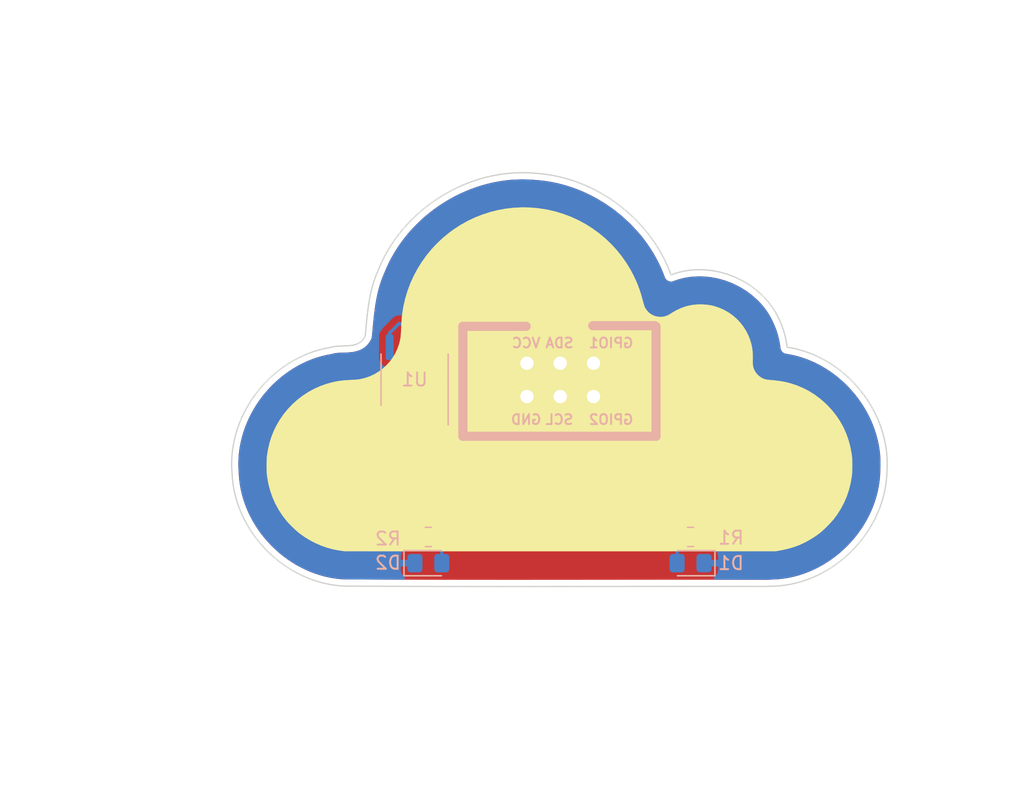
<source format=kicad_pcb>
(kicad_pcb (version 20211014) (generator pcbnew)
  (layers (0 "F.Cu" signal) (31 "B.Cu" signal) (34 "B.Paste" user) (35 "F.Paste" user) (36 "B.SilkS" user "B.Silkscreen") (37 "F.SilkS" user "F.Silkscreen") (38 "B.Mask" user) (39 "F.Mask" user) (44 "Edge.Cuts" user))
  (net 0 "")
  (net 1 "GND")
  (net 2 "Net-(U1-Pad5)")
  (net 3 "Net-(U1-Pad6)")
  (net 4 "+3V3")
  (net 5 "Net-(D1-Pad2)")
  (net 6 "Net-(D2-Pad2)")
  (net 7 "Net-(X1-Pad6)")
  (net 8 "Net-(X1-Pad5)")
  (footprint "badgelife_sao_v169bis:Badgelife-SAOv169-SAO-2x3" (layer "F.Cu") (at 0 0)
    (fp_text reference "X1" hide)
    (fp_text value "SAO")
    (fp_text user "VCC" (at -2.54 -2.794 unlocked) (layer "B.SilkS") (effects (font (size 0.75 0.75)) (justify mirror)))
    (fp_text user "GPIO2" (at 3.937 3.048) (layer "B.SilkS") (effects (font (size 0.75 0.75)) (justify mirror)))
    (fp_text user "GND" (at -2.54 3.048 unlocked) (layer "B.SilkS") (effects (font (size 0.75 0.75)) (justify mirror)))
    (fp_text user "GPIO1" (at 3.937 -2.794 unlocked) (layer "B.SilkS") (effects (font (size 0.75 0.75)) (justify mirror)))
    (fp_text user "SCL" (at 0 3.048) (layer "B.SilkS") (effects (font (size 0.75 0.75)) (justify mirror)))
    (fp_text user "SDA" (at 0 -2.794 unlocked) (layer "B.SilkS") (effects (font (size 0.75 0.75)) (justify mirror)))
    (fp_line (start -7.366 4.318) (end 7.366 4.318) (layer "B.SilkS") (width 0.7))
    (fp_line (start -2.54 -4.064) (end -7.366 -4.064) (layer "B.SilkS") (width 0.7))
    (fp_line (start 7.366 4.318) (end 7.366 -4.064) (layer "B.SilkS") (width 0.7))
    (fp_line (start 7.27964 -4.1148) (end 2.54 -4.1148) (layer "B.SilkS") (width 0.7))
    (fp_line (start -7.366 -4.064) (end -7.366 4.318) (layer "B.SilkS") (width 0.7))
    (fp_circle (center -4.953 -3.429) (end -3.953 -3.429) (layer "F.SilkS") (width 0.5) (fill none))
    (pad "1" thru_hole oval locked (at -2.48 -1.25 270) (size 1.7272 1.7272) (drill 1.016) (layers *.Cu *.Mask) (net 4 "+3V3"))
    (pad "2" thru_hole rect locked (at -2.48 1.29 270) (size 1.7272 1.7272) (drill 1.016) (layers *.Cu *.Mask) (net 1 "GND"))
    (pad "3" thru_hole oval locked (at 0.06 -1.25 270) (size 1.7272 1.7272) (drill 1.016) (layers *.Cu *.Mask) (net 2 "Net-(U1-Pad5)"))
    (pad "4" thru_hole oval locked (at 0.06 1.29 270) (size 1.7272 1.7272) (drill 1.016) (layers *.Cu *.Mask) (net 3 "Net-(U1-Pad6)"))
    (pad "5" thru_hole circle locked (at 2.6 -1.25 270) (size 1.7272 1.7272) (drill 1.016) (layers *.Cu *.Mask) (net 8 "Net-(X1-Pad5)"))
    (pad "6" thru_hole circle locked (at 2.6 1.29 270) (size 1.7272 1.7272) (drill 1.016) (layers *.Cu *.Mask) (net 7 "Net-(X1-Pad6)"))
  )
  (footprint "cloud:cloud" (layer "F.Cu") (at 0 0)
    (fp_text reference "N1" hide)
    (fp_text value "Housing" hide)
    (fp_poly (pts (xy -2.253407 -13.127244) (xy -1.635638 -13.075447) (xy -1.019535 -12.982123) (xy -0.870137 -12.953091) (xy -0.260165 -12.808119) (xy 0.334483 -12.624312) (xy 0.912259 -12.402862) (xy 1.471613 -12.144959) (xy 2.010998 -11.851796) (xy 2.528866 -11.524565) (xy 3.023667 -11.164456) (xy 3.493853 -10.772662) (xy 3.937876 -10.350373) (xy 4.354188 -9.898783) (xy 4.74124 -9.419082) (xy 5.097484 -8.912462) (xy 5.421371 -8.380114) (xy 5.660872 -7.92696) (xy 5.829481 -7.56902) (xy 5.977818 -7.216502) (xy 6.110189 -6.857685) (xy 6.230896 -6.480849) (xy 6.344244 -6.074275) (xy 6.351674 -6.045709) (xy 6.387118 -5.913327) (xy 6.42291 -5.787502) (xy 6.456415 -5.676948) (xy 6.484994 -5.590376) (xy 6.505446 -5.537709) (xy 6.577796 -5.407701) (xy 6.672152 -5.275499) (xy 6.776668 -5.15636) (xy 6.861338 -5.079356) (xy 7.060376 -4.947693) (xy 7.274304 -4.853863) (xy 7.498588 -4.798856) (xy 7.728693 -4.783663) (xy 7.960085 -4.809273) (xy 8.027651 -4.824696) (xy 8.116702 -4.849358) (xy 8.194889 -4.87646) (xy 8.271443 -4.910538) (xy 8.355596 -4.956122) (xy 8.456581 -5.017748) (xy 8.569952 -5.090975) (xy 8.898831 -5.283723) (xy 9.250778 -5.447842) (xy 9.613765 -5.578047) (xy 9.791129 -5.627641) (xy 10.12947 -5.694858) (xy 10.486918 -5.731933) (xy 10.852897 -5.738909) (xy 11.216831 -5.715829) (xy 11.568144 -5.662735) (xy 11.755879 -5.61979) (xy 12.14537 -5.497165) (xy 12.516599 -5.337416) (xy 12.867352 -5.142589) (xy 13.195417 -4.914733) (xy 13.498583 -4.655894) (xy 13.774637 -4.36812) (xy 14.021366 -4.053459) (xy 14.23656 -3.713959) (xy 14.418005 -3.351666) (xy 14.538108 -3.044672) (xy 14.63274 -2.731374) (xy 14.698631 -2.419616) (xy 14.737271 -2.098931) (xy 14.750148 -1.758851) (xy 14.747275 -1.574544) (xy 14.74376 -1.378763) (xy 14.747658 -1.216687) (xy 14.760204 -1.080141) (xy 14.782631 -0.96095) (xy 14.816175 -0.85094) (xy 14.862071 -0.741935) (xy 14.877985 -0.709106) (xy 15.00117 -0.507879) (xy 15.156672 -0.332949) (xy 15.339669 -0.188961) (xy 15.466908 -0.113415) (xy 15.590712 -0.057861) (xy 15.722969 -0.018613) (xy 15.875569 0.008014) (xy 16.023167 0.022932) (xy 16.335794 0.050245) (xy 16.614075 0.080753) (xy 16.865956 0.115751) (xy 17.099382 0.156534) (xy 17.322298 0.204395) (xy 17.54265 0.26063) (xy 17.625933 0.284052) (xy 18.123398 0.448437) (xy 18.599523 0.649195) (xy 19.054875 0.886663) (xy 19.490023 1.161176) (xy 19.905533 1.473072) (xy 20.301973 1.822687) (xy 20.427741 1.945425) (xy 20.790518 2.336649) (xy 21.115655 2.747165) (xy 21.403205 3.177089) (xy 21.653227 3.626538) (xy 21.865775 4.095629) (xy 22.040906 4.584479) (xy 22.178676 5.093204) (xy 22.27914 5.621921) (xy 22.313063 5.87375) (xy 22.325181 6.012492) (xy 22.333461 6.183249) (xy 22.337975 6.375884) (xy 22.338797 6.58026) (xy 22.335999 6.78624) (xy 22.329656 6.983686) (xy 22.31984 7.162462) (xy 22.306624 7.312431) (xy 22.302424 7.347121) (xy 22.212412 7.881107) (xy 22.083997 8.397458) (xy 21.917275 8.895944) (xy 21.712338 9.37634) (xy 21.469284 9.838416) (xy 21.188207 10.281947) (xy 20.930532 10.630234) (xy 20.842803 10.735241) (xy 20.730697 10.86032) (xy 20.6012 10.998434) (xy 20.461297 11.142547) (xy 20.317972 11.285626) (xy 20.17821 11.420633) (xy 20.048996 11.540534) (xy 19.937314 11.638294) (xy 19.896667 11.671576) (xy 19.628996 11.871259) (xy 19.332747 12.068545) (xy 19.020341 12.256101) (xy 18.704198 12.426594) (xy 18.396738 12.57269) (xy 18.301718 12.613296) (xy 17.897807 12.763111) (xy 17.460158 12.891975) (xy 16.992366 12.998894) (xy 16.742833 13.044739) (xy 16.47825 13.089531) (xy 0.105833 13.092225) (xy -0.725937 13.092352) (xy -1.547508 13.092457) (xy -2.357852 13.092541) (xy -3.155943 13.092604) (xy -3.940753 13.092647) (xy -4.711256 13.092669) (xy -5.466425 13.092672) (xy -6.205233 13.092655) (xy -6.926654 13.092618) (xy -7.62966 13.092563) (xy -8.313224 13.092489) (xy -8.976321 13.092397) (xy -9.617922 13.092287) (xy -10.237001 13.092159) (xy -10.832532 13.092013) (xy -11.403487 13.091851) (xy -11.948839 13.091672) (xy -12.467563 13.091477) (xy -12.95863 13.091265) (xy -13.421014 13.091038) (xy -13.853689 13.090795) (xy -14.255626 13.090538) (xy -14.625801 13.090265) (xy -14.963185 13.089978) (xy -15.266752 13.089677) (xy -15.535474 13.089362) (xy -15.768326 13.089034) (xy -15.964281 13.088692) (xy -16.122311 13.088338) (xy -16.241389 13.087971) (xy -16.32049 13.087592) (xy -16.358585 13.0872) (xy -16.361833 13.087083) (xy -16.477461 13.074902) (xy -16.622149 13.055624) (xy -16.783604 13.031216) (xy -16.949535 13.003639) (xy -17.107649 12.974859) (xy -17.245654 12.94684) (xy -17.261683 12.94331) (xy -17.702792 12.825922) (xy -18.146494 12.670935) (xy -18.585441 12.481896) (xy -19.012287 12.262356) (xy -19.419684 12.015865) (xy -19.800286 11.745972) (xy -19.896667 11.67022) (xy -20.011416 11.573329) (xy -20.145055 11.452914) (xy -20.289053 11.317313) (xy -20.43488 11.174865) (xy -20.574006 11.03391) (xy -20.6979 10.902788) (xy -20.798033 10.789838) (xy -20.801972 10.785163) (xy -21.128574 10.36472) (xy -21.416942 9.926198) (xy -21.66714 9.469453) (xy -21.87923 8.994338) (xy -22.053277 8.500711) (xy -22.189343 7.988425) (xy -22.287491 7.457336) (xy -22.302502 7.349407) (xy -22.318303 7.193895) (xy -22.329718 7.00741) (xy -22.336746 6.800097) (xy -22.339387 6.582102) (xy -22.337641 6.363571) (xy -22.331508 6.154651) (xy -22.320988 5.965487) (xy -22.306081 5.806226) (xy -22.302524 5.7785) (xy -22.219155 5.278484) (xy -22.107888 4.806365) (xy -21.967076 4.356825) (xy -21.79507 3.924549) (xy -21.607432 3.536724) (xy -21.346294 3.084567) (xy -21.052343 2.657291) (xy -20.727572 2.256466) (xy -20.373976 1.883663) (xy -19.993551 1.540452) (xy -19.58829 1.228403) (xy -19.160188 0.949087) (xy -18.711241 0.704075) (xy -18.243441 0.494935) (xy -17.758785 0.32324) (xy -17.399 0.223313) (xy -17.188451 0.173886) (xy -16.991614 0.133433) (xy -16.799258 0.100739) (xy -16.602149 0.074592) (xy -16.391054 0.053778) (xy -16.15674 0.037083) (xy -15.889973 0.023294) (xy -15.870764 0.022447) (xy -15.722069 0.0147) (xy -15.57414 0.004764) (xy -15.437096 -0.006519) (xy -15.321059 -0.018309) (xy -15.236148 -0.029762) (xy -15.229417 -0.030916) (xy -14.844782 -0.11985) (xy -14.475527 -0.246863) (xy -14.123948 -0.409777) (xy -13.792342 -0.60641) (xy -13.483004 -0.834582) (xy -13.198231 -1.092112) (xy -12.94032 -1.37682) (xy -12.711565 -1.686526) (xy -12.514265 -2.019049) (xy -12.350714 -2.372209) (xy -12.22321 -2.743825) (xy -12.174682 -2.931583) (xy -12.151144 -3.040163) (xy -12.131611 -3.14756) (xy -12.115439 -3.260333) (xy -12.101988 -3.38504) (xy -12.090613 -3.528238) (xy -12.080674 -3.696484) (xy -12.071528 -3.896336) (xy -12.065831 -4.042833) (xy -12.0581 -4.217483) (xy -12.047754 -4.400637) (xy -12.035579 -4.581131) (xy -12.022364 -4.747801) (xy -12.008896 -4.889484) (xy -12.00163 -4.953) (xy -11.904023 -5.567883) (xy -11.766209 -6.171518) (xy -11.589228 -6.762183) (xy -11.37412 -7.338157) (xy -11.121925 -7.897718) (xy -10.833684 -8.439146) (xy -10.510437 -8.960718) (xy -10.153224 -9.460715) (xy -9.763085 -9.937415) (xy -9.34106 -10.389096) (xy -8.88819 -10.814037) (xy -8.405514 -11.210517) (xy -8.072424 -11.454858) (xy -7.550565 -11.794922) (xy -7.009906 -12.097715) (xy -6.452494 -12.362812) (xy -5.880374 -12.589788) (xy -5.295593 -12.778216) (xy -4.700198 -12.927671) (xy -4.096236 -13.037726) (xy -3.485752 -13.107958) (xy -2.870793 -13.137939) (xy -2.253407 -13.127244)) (layer "F.SilkS") (width 0.01) (fill solid))
    (fp_line (start 13.9592 -7.5426) (end 14.494 -7.2195) (layer "Edge.Cuts") (width 0.1))
    (fp_line (start 18.9744 -2.0624) (end 19.3587 -1.9109) (layer "Edge.Cuts") (width 0.1))
    (fp_line (start 13.8051 15.7726) (end 11.7902 15.7713) (layer "Edge.Cuts") (width 0.1))
    (fp_line (start 24.0711 10.6028) (end 23.8747 10.9756) (layer "Edge.Cuts") (width 0.1))
    (fp_line (start 17.2402 -3.2019) (end 17.2663 -3.0818) (layer "Edge.Cuts") (width 0.1))
    (fp_line (start -14.6619 -4.8956) (end -14.625 -5.2097) (layer "Edge.Cuts") (width 0.1))
    (fp_line (start 17.3124 -2.8402) (end 17.3327 -2.719) (layer "Edge.Cuts") (width 0.1))
    (fp_line (start 16.3665 15.7513) (end 16.332 15.7539) (layer "Edge.Cuts") (width 0.1))
    (fp_line (start -16.76437 -2.5591) (end -16.57281 -2.566) (layer "Edge.Cuts") (width 0.1))
    (fp_line (start -6.9573 -15.0032) (end -6.5137 -15.16373) (layer "Edge.Cuts") (width 0.1))
    (fp_line (start 14.9968 -6.8495) (end 15.4627 -6.4346) (layer "Edge.Cuts") (width 0.1))
    (fp_line (start -22.21917 0.0101) (end -21.91626 -0.2757) (layer "Edge.Cuts") (width 0.1))
    (fp_line (start 3.0247 -14.3029) (end 3.7575 -13.8652) (layer "Edge.Cuts") (width 0.1))
    (fp_line (start -3.2776 -15.77518) (end -2.8039 -15.78472) (layer "Edge.Cuts") (width 0.1))
    (fp_line (start 20.0098 14.7602) (end 19.6328 14.9478) (layer "Edge.Cuts") (width 0.1))
    (fp_line (start -24.997867 6.7465) (end -25.003179 6.3265) (layer "Edge.Cuts") (width 0.1))
    (fp_line (start 16.7319 -4.6593) (end 16.8592 -4.3682) (layer "Edge.Cuts") (width 0.1))
    (fp_line (start 4.4585 -13.3778) (end 5.1241 -12.8431) (layer "Edge.Cuts") (width 0.1))
    (fp_line (start -1.8538 -15.7416) (end -1.4258 -15.70704) (layer "Edge.Cuts") (width 0.1))
    (fp_line (start 24.9209 5.2798) (end 24.9677 5.6909) (layer "Edge.Cuts") (width 0.1))
    (fp_line (start -0.1584 -15.5052) (end 0.2571 -15.40625) (layer "Edge.Cuts") (width 0.1))
    (fp_line (start -20.23019 -1.4867) (end -19.86235 -1.6807) (layer "Edge.Cuts") (width 0.1))
    (fp_line (start -14.7263 -4.267) (end -14.6954 -4.5813) (layer "Edge.Cuts") (width 0.1))
    (fp_line (start -9.8484 -13.4212) (end -9.4626 -13.6936) (layer "Edge.Cuts") (width 0.1))
    (fp_line (start -18.30638 -2.2742) (end -17.89887 -2.3737) (layer "Edge.Cuts") (width 0.1))
    (fp_line (start 0.2571 -15.40625) (end 0.6684 -15.292) (layer "Edge.Cuts") (width 0.1))
    (fp_line (start -9.0667 -13.9512) (end -8.6613 -14.1935) (layer "Edge.Cuts") (width 0.1))
    (fp_line (start -23.29896 1.277) (end -23.04984 0.9431) (layer "Edge.Cuts") (width 0.1))
    (fp_line (start -24.893322 7.9993) (end -24.942526 7.5854) (layer "Edge.Cuts") (width 0.1))
    (fp_line (start 5.7469 15.7738) (end 3.7329 15.7757) (layer "Edge.Cuts") (width 0.1))
    (fp_line (start 7.7612 15.7722) (end 5.7469 15.7738) (layer "Edge.Cuts") (width 0.1))
    (fp_line (start 17.351 -2.5974) (end 17.3676 -2.4757) (layer "Edge.Cuts") (width 0.1))
    (fp_line (start 16.5899 -4.9416) (end 16.7319 -4.6593) (layer "Edge.Cuts") (width 0.1))
    (fp_line (start -14.4237 -6.4573) (end -14.3553 -6.7654) (layer "Edge.Cuts") (width 0.1))
    (fp_line (start 16.1309 15.7643) (end 16.0976 15.7655) (layer "Edge.Cuts") (width 0.1))
    (fp_line (start -14.3873 15.7573) (end -16.40012 15.7457) (layer "Edge.Cuts") (width 0.1))
    (fp_line (start -2.3084 15.7803) (end -4.3218 15.7805) (layer "Edge.Cuts") (width 0.1))
    (fp_line (start 24.6765 9.0329) (end 24.5534 9.436) (layer "Edge.Cuts") (width 0.1))
    (fp_line (start -18.83678 15.2683) (end -19.2226 15.121) (layer "Edge.Cuts") (width 0.1))
    (fp_line (start 17.2163 15.6754) (end 16.7935 15.7245) (layer "Edge.Cuts") (width 0.1))
    (fp_line (start 15.8868 -5.9769) (end 16.0816 -5.7327) (layer "Edge.Cuts") (width 0.1))
    (fp_line (start -15.46958 -2.7056) (end -15.31059 -2.7773) (layer "Edge.Cuts") (width 0.1))
    (fp_line (start -23.11332 12.1321) (end -23.35833 11.7989) (layer "Edge.Cuts") (width 0.1))
    (fp_line (start 12.8131 -8.0396) (end 13.3973 -7.8167) (layer "Edge.Cuts") (width 0.1))
    (fp_line (start -12.2173 -11.1315) (end -11.9186 -11.4969) (layer "Edge.Cuts") (width 0.1))
    (fp_line (start 16.2641 15.7582) (end 16.2306 15.76) (layer "Edge.Cuts") (width 0.1))
    (fp_line (start -23.80309 11.1022) (end -24.001676 10.74) (layer "Edge.Cuts") (width 0.1))
    (fp_line (start 19.7349 -1.7413) (end 20.1027 -1.5544) (layer "Edge.Cuts") (width 0.1))
    (fp_line (start -3.7497 -15.74541) (end -3.2776 -15.77518) (layer "Edge.Cuts") (width 0.1))
    (fp_line (start 17.2121 -3.3216) (end 17.2402 -3.2019) (layer "Edge.Cuts") (width 0.1))
    (fp_line (start -8.2471 -14.4203) (end -7.8246 -14.6311) (layer "Edge.Cuts") (width 0.1))
    (fp_line (start 20.3778 14.5553) (end 20.0098 14.7602) (layer "Edge.Cuts") (width 0.1))
    (fp_line (start 22.0623 13.2933) (end 21.7482 13.5753) (layer "Edge.Cuts") (width 0.1))
    (fp_line (start 17.1819 -3.4407) (end 17.2121 -3.3216) (layer "Edge.Cuts") (width 0.1))
    (fp_line (start 19.3587 -1.9109) (end 19.7349 -1.7413) (layer "Edge.Cuts") (width 0.1))
    (fp_line (start 21.1494 -0.8955) (end 21.4777 -0.6453) (layer "Edge.Cuts") (width 0.1))
    (fp_line (start -14.6954 -4.5813) (end -14.6619 -4.8956) (layer "Edge.Cuts") (width 0.1))
    (fp_line (start -16.95321 -2.5477) (end -16.76437 -2.5591) (layer "Edge.Cuts") (width 0.1))
    (fp_line (start 17.2663 -3.0818) (end 17.2903 -2.9612) (layer "Edge.Cuts") (width 0.1))
    (fp_line (start -23.53332 1.6214) (end -23.29896 1.277) (layer "Edge.Cuts") (width 0.1))
    (fp_line (start -12.3744 15.7662) (end -14.3873 15.7573) (layer "Edge.Cuts") (width 0.1))
    (fp_line (start -18.70701 -2.1545) (end -18.30638 -2.2742) (layer "Edge.Cuts") (width 0.1))
    (fp_line (start 9.7309 -8.314) (end 10.0411 -8.3539) (layer "Edge.Cuts") (width 0.1))
    (fp_line (start -21.91626 -0.2757) (end -21.60122 -0.5478) (layer "Edge.Cuts") (width 0.1))
    (fp_line (start -12.7694 -10.3658) (end -12.501 -10.7543) (layer "Edge.Cuts") (width 0.1))
    (fp_line (start -15.81627 -2.6175) (end -15.63876 -2.6535) (layer "Edge.Cuts") (width 0.1))
    (fp_line (start -17.89887 -2.3737) (end -17.485 -2.4523) (layer "Edge.Cuts") (width 0.1))
    (fp_line (start -24.823413 8.4088) (end -24.893322 7.9993) (layer "Edge.Cuts") (width 0.1))
    (fp_line (start 16.9978 -4.0265) (end 17.0392 -3.9108) (layer "Edge.Cuts") (width 0.1))
    (fp_line (start 7.5931 -9.9212) (end 7.8059 -9.5508) (layer "Edge.Cuts") (width 0.1))
    (fp_line (start 16.164 15.763) (end 16.1309 15.7643) (layer "Edge.Cuts") (width 0.1))
    (fp_line (start 24.8625 8.2093) (end 24.7797 8.6238) (layer "Edge.Cuts") (width 0.1))
    (fp_line (start -17.64106 15.5975) (end -18.04543 15.5071) (layer "Edge.Cuts") (width 0.1))
    (fp_line (start 8.3592 -8.393) (end 8.514 -7.9926) (layer "Edge.Cuts") (width 0.1))
    (fp_line (start -11.6057 -11.8502) (end -11.2792 -12.1909) (layer "Edge.Cuts") (width 0.1))
    (fp_line (start -13.8582 -8.2663) (end -13.6762 -8.7059) (layer "Edge.Cuts") (width 0.1))
    (fp_line (start -24.949566 5.4929) (end -24.891692 5.0805) (layer "Edge.Cuts") (width 0.1))
    (fp_line (start 18.1839 -2.3088) (end 18.5826 -2.1952) (layer "Edge.Cuts") (width 0.1))
    (fp_line (start 16.954 -4.1413) (end 16.9978 -4.0265) (layer "Edge.Cuts") (width 0.1))
    (fp_line (start -17.31536 -2.4978) (end -17.13748 -2.5284) (layer "Edge.Cuts") (width 0.1))
    (fp_line (start -24.348341 9.9907) (end -24.495263 9.6048) (layer "Edge.Cuts") (width 0.1))
    (fp_line (start -16.40013 15.7457) (end -16.81783 15.7174) (layer "Edge.Cuts") (width 0.1))
    (fp_line (start -15.03049 -2.993) (end -14.9131 -3.144) (layer "Edge.Cuts") (width 0.1))
    (fp_line (start -24.986903 5.9084) (end -24.949566 5.4929) (layer "Edge.Cuts") (width 0.1))
    (fp_line (start 17.115 -3.6771) (end 17.1495 -3.5592) (layer "Edge.Cuts") (width 0.1))
    (fp_line (start 24.9242 7.79) (end 24.8625 8.2093) (layer "Edge.Cuts") (width 0.1))
    (fp_line (start 16.0643 15.7666) (end 16.0307 15.7677) (layer "Edge.Cuts") (width 0.1))
    (fp_line (start 6.876 -10.9814) (end 7.1278 -10.6368) (layer "Edge.Cuts") (width 0.1))
    (fp_line (start 18.8543 15.2687) (end 18.4541 15.4007) (layer "Edge.Cuts") (width 0.1))
    (fp_line (start -16.57281 -2.566) (end -16.38038 -2.5719) (layer "Edge.Cuts") (width 0.1))
    (fp_line (start -22.85399 12.4545) (end -23.11332 12.1321) (layer "Edge.Cuts") (width 0.1))
    (fp_line (start -6.0642 -15.30674) (end -5.6094 -15.43184) (layer "Edge.Cuts") (width 0.1))
    (fp_line (start 24.662 4.0706) (end 24.7675 4.469) (layer "Edge.Cuts") (width 0.1))
    (fp_line (start 17.3327 -2.719) (end 17.351 -2.5974) (layer "Edge.Cuts") (width 0.1))
    (fp_line (start -14.625 -5.2097) (end -14.5836 -5.5233) (layer "Edge.Cuts") (width 0.1))
    (fp_line (start -23.95566 2.3387) (end -23.75239 1.9755) (layer "Edge.Cuts") (width 0.1))
    (fp_line (start 16.9079 -4.2552) (end 16.954 -4.1413) (layer "Edge.Cuts") (width 0.1))
    (fp_line (start 16.7935 15.7245) (end 16.3665 15.7513) (layer "Edge.Cuts") (width 0.1))
    (fp_line (start 21.4221 13.8431) (end 21.0846 14.0961) (layer "Edge.Cuts") (width 0.1))
    (fp_line (start -16.40012 15.7457) (end -16.40013 15.7457) (layer "Edge.Cuts") (width 0.1))
    (fp_line (start -4.6865 -15.62676) (end -4.2195 -15.69581) (layer "Edge.Cuts") (width 0.1))
    (fp_line (start 23.1947 1.1338) (end 23.4338 1.4707) (layer "Edge.Cuts") (width 0.1))
    (fp_line (start 24.2501 10.2216) (end 24.0711 10.6028) (layer "Edge.Cuts") (width 0.1))
    (fp_line (start 24.9677 5.6909) (end 24.9938 6.105) (layer "Edge.Cuts") (width 0.1))
    (fp_line (start -14.3553 -6.7654) (end -14.2778 -7.0713) (layer "Edge.Cuts") (width 0.1))
    (fp_line (start 10.9765 -8.3806) (end 11.5979 -8.3237) (layer "Edge.Cuts") (width 0.1))
    (fp_line (start 24.7797 8.6238) (end 24.6765 9.0329) (layer "Edge.Cuts") (width 0.1))
    (fp_line (start -24.716435 4.268) (end -24.600102 3.8692) (layer "Edge.Cuts") (width 0.1))
    (fp_line (start -17.485 -2.4523) (end -17.31536 -2.4978) (layer "Edge.Cuts") (width 0.1))
    (fp_line (start 18.5826 -2.1952) (end 18.9744 -2.0624) (layer "Edge.Cuts") (width 0.1))
    (fp_line (start -22.2947 13.0646) (end -22.58092 12.7656) (layer "Edge.Cuts") (width 0.1))
    (fp_line (start -24.942526 7.5854) (end -24.970443 7.1677) (layer "Edge.Cuts") (width 0.1))
    (fp_line (start 7.8059 -9.5508) (end 8.0047 -9.1725) (layer "Edge.Cuts") (width 0.1))
    (fp_line (start -21.60122 -0.5478) (end -21.27456 -0.8057) (layer "Edge.Cuts") (width 0.1))
    (fp_line (start 14.494 -7.2195) (end 14.9968 -6.8495) (layer "Edge.Cuts") (width 0.1))
    (fp_line (start -16.00027 -2.5942) (end -15.81627 -2.6175) (layer "Edge.Cuts") (width 0.1))
    (fp_line (start 5.1241 -12.8431) (end 5.7512 -12.2638) (layer "Edge.Cuts") (width 0.1))
    (fp_line (start -10.5875 -12.8334) (end -10.2236 -13.1343) (layer "Edge.Cuts") (width 0.1))
    (fp_line (start -17.13748 -2.5284) (end -16.95321 -2.5477) (layer "Edge.Cuts") (width 0.1))
    (fp_line (start -25.003179 6.3265) (end -24.986903 5.9084) (layer "Edge.Cuts") (width 0.1))
    (fp_line (start -19.86235 -1.6807) (end -19.48552 -1.8571) (layer "Edge.Cuts") (width 0.1))
    (fp_line (start 7.1278 -10.6368) (end 7.367 -10.2833) (layer "Edge.Cuts") (width 0.1))
    (fp_line (start 16.0307 15.7677) (end 15.9968 15.7688) (layer "Edge.Cuts") (width 0.1))
    (fp_line (start -10.9396 -12.5188) (end -10.5875 -12.8334) (layer "Edge.Cuts") (width 0.1))
    (fp_line (start 23.4319 11.6929) (end 23.1868 12.0363) (layer "Edge.Cuts") (width 0.1))
    (fp_line (start 24.9642 7.3666) (end 24.9242 7.79) (layer "Edge.Cuts") (width 0.1))
    (fp_line (start 10.0411 -8.3539) (end 10.3525 -8.3781) (layer "Edge.Cuts") (width 0.1))
    (fp_line (start -24.183619 10.3693) (end -24.348341 9.9907) (layer "Edge.Cuts") (width 0.1))
    (fp_line (start -13.0217 -9.9663) (end -12.7694 -10.3658) (layer "Edge.Cuts") (width 0.1))
    (fp_line (start 5.7512 -12.2638) (end 6.3363 -11.6424) (layer "Edge.Cuts") (width 0.1))
    (fp_line (start -16.81783 15.7174) (end -17.23166 15.6678) (layer "Edge.Cuts") (width 0.1))
    (fp_line (start -22.78649 0.6202) (end -22.50942 0.309) (layer "Edge.Cuts") (width 0.1))
    (fp_line (start 22.9413 0.8073) (end 23.1947 1.1338) (layer "Edge.Cuts") (width 0.1))
    (fp_line (start 16.1973 15.7616) (end 16.164 15.763) (layer "Edge.Cuts") (width 0.1))
    (fp_line (start -0.2948 15.7792) (end -2.3084 15.7803) (layer "Edge.Cuts") (width 0.1))
    (fp_line (start 21.7482 13.5753) (end 21.4221 13.8431) (layer "Edge.Cuts") (width 0.1))
    (fp_line (start 11.5979 -8.3237) (end 12.2117 -8.2093) (layer "Edge.Cuts") (width 0.1))
    (fp_line (start -24.600102 3.8692) (end -24.465332 3.4762) (layer "Edge.Cuts") (width 0.1))
    (fp_line (start -23.58845 11.4554) (end -23.80309 11.1022) (layer "Edge.Cuts") (width 0.1))
    (fp_line (start 22.1003 -0.1026) (end 22.3936 0.1885) (layer "Edge.Cuts") (width 0.1))
    (fp_line (start -24.73338 8.8132) (end -24.823413 8.4088) (layer "Edge.Cuts") (width 0.1))
    (fp_line (start -20.68661 14.3598) (end -21.02989 14.1294) (layer "Edge.Cuts") (width 0.1))
    (fp_line (start 13.3973 -7.8167) (end 13.9592 -7.5426) (layer "Edge.Cuts") (width 0.1))
    (fp_line (start 16.4338 -5.2148) (end 16.5899 -4.9416) (layer "Edge.Cuts") (width 0.1))
    (fp_line (start 19.6328 14.9478) (end 19.2475 15.1175) (layer "Edge.Cuts") (width 0.1))
    (fp_line (start -19.97162 14.7737) (end -20.33366 14.5748) (layer "Edge.Cuts") (width 0.1))
    (fp_line (start -9.4626 -13.6936) (end -9.0667 -13.9512) (layer "Edge.Cuts") (width 0.1))
    (fp_line (start -13.9815 -7.9725) (end -13.8582 -8.2663) (layer "Edge.Cuts") (width 0.1))
    (fp_line (start 23.8747 10.9756) (end 23.6614 11.3391) (layer "Edge.Cuts") (width 0.1))
    (fp_line (start 16.8592 -4.3682) (end 16.9079 -4.2552) (layer "Edge.Cuts") (width 0.1))
    (fp_line (start -19.10023 -2.0153) (end -18.70701 -2.1545) (layer "Edge.Cuts") (width 0.1))
    (fp_line (start -15.16361 -2.872) (end -15.03049 -2.993) (layer "Edge.Cuts") (width 0.1))
    (fp_line (start -16.18892 -2.5801) (end -16.00027 -2.5942) (layer "Edge.Cuts") (width 0.1))
    (fp_line (start 21.0846 14.0961) (end 20.7363 14.3337) (layer "Edge.Cuts") (width 0.1))
    (fp_line (start -14.7843 -3.6402) (end -14.7556 -3.9532) (layer "Edge.Cuts") (width 0.1))
    (fp_line (start 17.0782 -3.7943) (end 17.115 -3.6771) (layer "Edge.Cuts") (width 0.1))
    (fp_line (start 18.4541 15.4007) (end 18.0472 15.5129) (layer "Edge.Cuts") (width 0.1))
    (fp_line (start -19.2226 15.121) (end -19.60107 14.956) (layer "Edge.Cuts") (width 0.1))
    (fp_line (start 8.514 -7.9926) (end 8.8134 -8.0977) (layer "Edge.Cuts") (width 0.1))
    (fp_line (start -18.04543 15.5071) (end -18.4442 15.3972) (layer "Edge.Cuts") (width 0.1))
    (fp_line (start -21.9959 13.3511) (end -22.2947 13.0646) (layer "Edge.Cuts") (width 0.1))
    (fp_line (start 9.4224 -8.2582) (end 9.7309 -8.314) (layer "Edge.Cuts") (width 0.1))
    (fp_line (start -19.48552 -1.8571) (end -19.10023 -2.0153) (layer "Edge.Cuts") (width 0.1))
    (fp_line (start -1.0002 -15.65592) (end -0.5776 -15.58853) (layer "Edge.Cuts") (width 0.1))
    (fp_line (start 15.8926 15.7724) (end 15.8567 15.7738) (layer "Edge.Cuts") (width 0.1))
    (fp_line (start 24.0598 2.5382) (end 24.2363 2.9109) (layer "Edge.Cuts") (width 0.1))
    (fp_line (start 6.3363 -11.6424) (end 6.612 -11.3167) (layer "Edge.Cuts") (width 0.1))
    (fp_line (start 9.7756 15.7713) (end 7.7612 15.7722) (layer "Edge.Cuts") (width 0.1))
    (fp_line (start -14.1903 -7.3746) (end -14.0918 -7.6751) (layer "Edge.Cuts") (width 0.1))
    (fp_line (start -16.38038 -2.5719) (end -16.18892 -2.5801) (layer "Edge.Cuts") (width 0.1))
    (fp_line (start -20.93682 -1.0485) (end -20.58852 -1.2758) (layer "Edge.Cuts") (width 0.1))
    (fp_line (start 17.7787 -2.4025) (end 18.1839 -2.3088) (layer "Edge.Cuts") (width 0.1))
    (fp_line (start 1.4768 -15.01885) (end 1.873 -14.8606) (layer "Edge.Cuts") (width 0.1))
    (fp_line (start -11.9186 -11.4969) (end -11.6057 -11.8502) (layer "Edge.Cuts") (width 0.1))
    (fp_line (start -4.3218 15.7805) (end -6.3352 15.7795) (layer "Edge.Cuts") (width 0.1))
    (fp_line (start 24.2363 2.9109) (end 24.3959 3.2909) (layer "Edge.Cuts") (width 0.1))
    (fp_line (start -5.6094 -15.43184) (end -5.15 -15.53864) (layer "Edge.Cuts") (width 0.1))
    (fp_line (start -11.2792 -12.1909) (end -10.9396 -12.5188) (layer "Edge.Cuts") (width 0.1))
    (fp_line (start 0.6684 -15.292) (end 1.0751 -15.16276) (layer "Edge.Cuts") (width 0.1))
    (fp_line (start 16.2306 15.76) (end 16.1973 15.7616) (layer "Edge.Cuts") (width 0.1))
    (fp_line (start 23.6614 11.3391) (end 23.4319 11.6929) (layer "Edge.Cuts") (width 0.1))
    (fp_line (start -18.4442 15.3972) (end -18.83678 15.2683) (layer "Edge.Cuts") (width 0.1))
    (fp_line (start -14.7556 -3.9532) (end -14.7263 -4.267) (layer "Edge.Cuts") (width 0.1))
    (fp_line (start 15.6803 -6.211) (end 15.8868 -5.9769) (layer "Edge.Cuts") (width 0.1))
    (fp_line (start 8.8134 -8.0977) (end 9.1164 -8.1862) (layer "Edge.Cuts") (width 0.1))
    (fp_line (start 15.8201 15.7754) (end 13.8051 15.7726) (layer "Edge.Cuts") (width 0.1))
    (fp_line (start 19.2475 15.1175) (end 18.8543 15.2687) (layer "Edge.Cuts") (width 0.1))
    (fp_line (start -24.495263 9.6048) (end -24.623803 9.2121) (layer "Edge.Cuts") (width 0.1))
    (fp_line (start -4.2195 -15.69581) (end -3.7497 -15.74541) (layer "Edge.Cuts") (width 0.1))
    (fp_line (start -10.2236 -13.1343) (end -9.8484 -13.4212) (layer "Edge.Cuts") (width 0.1))
    (fp_line (start 17.1495 -3.5592) (end 17.1819 -3.4407) (layer "Edge.Cuts") (width 0.1))
    (fp_line (start 22.6522 12.6894) (end 22.3639 12.9978) (layer "Edge.Cuts") (width 0.1))
    (fp_line (start 18.0472 15.5129) (end 17.6345 15.6047) (layer "Edge.Cuts") (width 0.1))
    (fp_line (start 24.3959 3.2909) (end 24.5379 3.6777) (layer "Edge.Cuts") (width 0.1))
    (fp_line (start -24.142585 2.7103) (end -23.95566 2.3387) (layer "Edge.Cuts") (width 0.1))
    (fp_line (start 24.5534 9.436) (end 24.4111 9.8324) (layer "Edge.Cuts") (width 0.1))
    (fp_line (start 2.6474 -14.5023) (end 3.0247 -14.3029) (layer "Edge.Cuts") (width 0.1))
    (fp_line (start 20.4614 -1.3507) (end 20.8104 -1.1309) (layer "Edge.Cuts") (width 0.1))
    (fp_line (start 15.4627 -6.4346) (end 15.6803 -6.211) (layer "Edge.Cuts") (width 0.1))
    (fp_line (start 11.7902 15.7713) (end 9.7756 15.7713) (layer "Edge.Cuts") (width 0.1))
    (fp_line (start 21.4777 -0.6453) (end 21.7949 -0.3808) (layer "Edge.Cuts") (width 0.1))
    (fp_line (start 1.0751 -15.16276) (end 1.4768 -15.01885) (layer "Edge.Cuts") (width 0.1))
    (fp_line (start -20.58852 -1.2758) (end -20.23019 -1.4867) (layer "Edge.Cuts") (width 0.1))
    (fp_line (start 15.8567 15.7738) (end 15.8201 15.7754) (layer "Edge.Cuts") (width 0.1))
    (fp_line (start -6.5137 -15.16373) (end -6.0642 -15.30674) (layer "Edge.Cuts") (width 0.1))
    (fp_line (start 23.1868 12.0363) (end 22.9267 12.3687) (layer "Edge.Cuts") (width 0.1))
    (fp_line (start -21.36292 13.8841) (end -21.68512 13.6244) (layer "Edge.Cuts") (width 0.1))
    (fp_line (start -21.68512 13.6244) (end -21.9959 13.3511) (layer "Edge.Cuts") (width 0.1))
    (fp_line (start -14.4839 -6.1474) (end -14.4237 -6.4573) (layer "Edge.Cuts") (width 0.1))
    (fp_line (start 8.0047 -9.1725) (end 8.1893 -8.7864) (layer "Edge.Cuts") (width 0.1))
    (fp_line (start 7.367 -10.2833) (end 7.5931 -9.9212) (layer "Edge.Cuts") (width 0.1))
    (fp_line (start 15.9278 15.7711) (end 15.8926 15.7724) (layer "Edge.Cuts") (width 0.1))
    (fp_line (start -13.6762 -8.7059) (end -13.4756 -9.136) (layer "Edge.Cuts") (width 0.1))
    (fp_line (start 24.5379 3.6777) (end 24.662 4.0706) (layer "Edge.Cuts") (width 0.1))
    (fp_line (start -7.8246 -14.6311) (end -7.3945 -14.8255) (layer "Edge.Cuts") (width 0.1))
    (fp_line (start -22.50942 0.309) (end -22.21917 0.0101) (layer "Edge.Cuts") (width 0.1))
    (fp_line (start -24.623803 9.2121) (end -24.73338 8.8132) (layer "Edge.Cuts") (width 0.1))
    (fp_line (start 16.332 15.7539) (end 16.2978 15.7562) (layer "Edge.Cuts") (width 0.1))
    (fp_line (start 3.7329 15.7757) (end 1.719 15.7776) (layer "Edge.Cuts") (width 0.1))
    (fp_line (start -21.02989 14.1294) (end -21.36292 13.8841) (layer "Edge.Cuts") (width 0.1))
    (fp_line (start -12.501 -10.7543) (end -12.2173 -11.1315) (layer "Edge.Cuts") (width 0.1))
    (fp_line (start -24.891692 5.0805) (end -24.813807 4.672) (layer "Edge.Cuts") (width 0.1))
    (fp_line (start -24.312652 3.0897) (end -24.142585 2.7103) (layer "Edge.Cuts") (width 0.1))
    (fp_line (start 21.7949 -0.3808) (end 22.1003 -0.1026) (layer "Edge.Cuts") (width 0.1))
    (fp_line (start -17.23166 15.6678) (end -17.64106 15.5975) (layer "Edge.Cuts") (width 0.1))
    (fp_line (start 24.4111 9.8324) (end 24.2501 10.2216) (layer "Edge.Cuts") (width 0.1))
    (fp_line (start 16.0976 15.7655) (end 16.0643 15.7666) (layer "Edge.Cuts") (width 0.1))
    (fp_line (start 17.3676 -2.4757) (end 17.7787 -2.4025) (layer "Edge.Cuts") (width 0.1))
    (fp_line (start -0.5776 -15.58853) (end -0.1584 -15.5052) (layer "Edge.Cuts") (width 0.1))
    (fp_line (start 24.7675 4.469) (end 24.854 4.8723) (layer "Edge.Cuts") (width 0.1))
    (fp_line (start -13.2573 -9.5562) (end -13.0217 -9.9663) (layer "Edge.Cuts") (width 0.1))
    (fp_line (start -15.31059 -2.7773) (end -15.16361 -2.872) (layer "Edge.Cuts") (width 0.1))
    (fp_line (start -7.3945 -14.8255) (end -6.9573 -15.0032) (layer "Edge.Cuts") (width 0.1))
    (fp_line (start 16.2978 15.7562) (end 16.2641 15.7582) (layer "Edge.Cuts") (width 0.1))
    (fp_line (start -14.5369 -5.8359) (end -14.4839 -6.1474) (layer "Edge.Cuts") (width 0.1))
    (fp_line (start 17.6345 15.6047) (end 17.2163 15.6754) (layer "Edge.Cuts") (width 0.1))
    (fp_line (start 24.982 6.9396) (end 24.9642 7.3666) (layer "Edge.Cuts") (width 0.1))
    (fp_line (start -2.8039 -15.78472) (end -2.3291 -15.77365) (layer "Edge.Cuts") (width 0.1))
    (fp_line (start -10.3614 15.7727) (end -12.3744 15.7662) (layer "Edge.Cuts") (width 0.1))
    (fp_line (start -23.04984 0.9431) (end -22.78649 0.6202) (layer "Edge.Cuts") (width 0.1))
    (fp_line (start -24.001676 10.74) (end -24.183619 10.3693) (layer "Edge.Cuts") (width 0.1))
    (fp_line (start 22.6741 0.492) (end 22.9413 0.8073) (layer "Edge.Cuts") (width 0.1))
    (fp_line (start -24.970443 7.1677) (end -24.997867 6.7465) (layer "Edge.Cuts") (width 0.1))
    (fp_line (start 15.9625 15.7699) (end 15.9278 15.7711) (layer "Edge.Cuts") (width 0.1))
    (fp_line (start -14.0918 -7.6751) (end -13.9815 -7.9725) (layer "Edge.Cuts") (width 0.1))
    (fp_line (start 20.8104 -1.1309) (end 21.1494 -0.8955) (layer "Edge.Cuts") (width 0.1))
    (fp_line (start 22.3639 12.9978) (end 22.0623 13.2933) (layer "Edge.Cuts") (width 0.1))
    (fp_line (start -13.4756 -9.136) (end -13.2573 -9.5562) (layer "Edge.Cuts") (width 0.1))
    (fp_line (start -14.5836 -5.5233) (end -14.5369 -5.8359) (layer "Edge.Cuts") (width 0.1))
    (fp_line (start 20.1027 -1.5544) (end 20.4614 -1.3507) (layer "Edge.Cuts") (width 0.1))
    (fp_line (start -14.9131 -3.144) (end -14.8132 -3.3282) (layer "Edge.Cuts") (width 0.1))
    (fp_line (start -23.35833 11.7989) (end -23.58845 11.4554) (layer "Edge.Cuts") (width 0.1))
    (fp_line (start -19.60107 14.956) (end -19.97162 14.7737) (layer "Edge.Cuts") (width 0.1))
    (fp_line (start 2.2633 -14.6883) (end 2.6474 -14.5023) (layer "Edge.Cuts") (width 0.1))
    (fp_line (start 1.719 15.7776) (end -0.2948 15.7792) (layer "Edge.Cuts") (width 0.1))
    (fp_line (start 12.2117 -8.2093) (end 12.8131 -8.0396) (layer "Edge.Cuts") (width 0.1))
    (fp_line (start -16.40013 15.7457) (end -16.40013 15.7457) (layer "Edge.Cuts") (width 0.1))
    (fp_line (start -24.465332 3.4762) (end -24.312652 3.0897) (layer "Edge.Cuts") (width 0.1))
    (fp_line (start -22.58092 12.7656) (end -22.85399 12.4545) (layer "Edge.Cuts") (width 0.1))
    (fp_line (start -23.75239 1.9755) (end -23.53332 1.6214) (layer "Edge.Cuts") (width 0.1))
    (fp_line (start -14.2778 -7.0713) (end -14.1903 -7.3746) (layer "Edge.Cuts") (width 0.1))
    (fp_line (start 17.0392 -3.9108) (end 17.0782 -3.7943) (layer "Edge.Cuts") (width 0.1))
    (fp_line (start -21.27456 -0.8057) (end -20.93682 -1.0485) (layer "Edge.Cuts") (width 0.1))
    (fp_line (start 23.658 1.8175) (end 23.8668 2.1735) (layer "Edge.Cuts") (width 0.1))
    (fp_line (start -8.6613 -14.1935) (end -8.2471 -14.4203) (layer "Edge.Cuts") (width 0.1))
    (fp_line (start -20.33366 14.5748) (end -20.68661 14.3598) (layer "Edge.Cuts") (width 0.1))
    (fp_line (start 22.9267 12.3687) (end 22.6522 12.6894) (layer "Edge.Cuts") (width 0.1))
    (fp_line (start 8.1893 -8.7864) (end 8.3592 -8.393) (layer "Edge.Cuts") (width 0.1))
    (fp_line (start 9.1164 -8.1862) (end 9.4224 -8.2582) (layer "Edge.Cuts") (width 0.1))
    (fp_line (start 16.0816 -5.7327) (end 16.2642 -5.4786) (layer "Edge.Cuts") (width 0.1))
    (fp_line (start -8.3484 15.777) (end -10.3614 15.7727) (layer "Edge.Cuts") (width 0.1))
    (fp_line (start -14.8132 -3.3282) (end -14.7843 -3.6402) (layer "Edge.Cuts") (width 0.1))
    (fp_line (start 24.9987 6.5214) (end 24.982 6.9396) (layer "Edge.Cuts") (width 0.1))
    (fp_line (start 6.612 -11.3167) (end 6.876 -10.9814) (layer "Edge.Cuts") (width 0.1))
    (fp_line (start -5.15 -15.53864) (end -4.6865 -15.62676) (layer "Edge.Cuts") (width 0.1))
    (fp_line (start 23.8668 2.1735) (end 24.0598 2.5382) (layer "Edge.Cuts") (width 0.1))
    (fp_line (start 24.9938 6.105) (end 24.9987 6.5214) (layer "Edge.Cuts") (width 0.1))
    (fp_line (start 17.2903 -2.9612) (end 17.3124 -2.8402) (layer "Edge.Cuts") (width 0.1))
    (fp_line (start -15.63876 -2.6535) (end -15.46958 -2.7056) (layer "Edge.Cuts") (width 0.1))
    (fp_line (start -2.3291 -15.77365) (end -1.8538 -15.7416) (layer "Edge.Cuts") (width 0.1))
    (fp_line (start 22.3936 0.1885) (end 22.6741 0.492) (layer "Edge.Cuts") (width 0.1))
    (fp_line (start 16.2642 -5.4786) (end 16.4338 -5.2148) (layer "Edge.Cuts") (width 0.1))
    (fp_line (start 3.7575 -13.8652) (end 4.4585 -13.3778) (layer "Edge.Cuts") (width 0.1))
    (fp_line (start 24.854 4.8723) (end 24.9209 5.2798) (layer "Edge.Cuts") (width 0.1))
    (fp_line (start 15.9968 15.7688) (end 15.9625 15.7699) (layer "Edge.Cuts") (width 0.1))
    (fp_line (start 20.7363 14.3337) (end 20.3778 14.5553) (layer "Edge.Cuts") (width 0.1))
    (fp_line (start -24.813807 4.672) (end -24.716435 4.268) (layer "Edge.Cuts") (width 0.1))
    (fp_line (start 23.4338 1.4707) (end 23.658 1.8175) (layer "Edge.Cuts") (width 0.1))
    (fp_line (start -6.3352 15.7795) (end -8.3484 15.777) (layer "Edge.Cuts") (width 0.1))
    (fp_line (start 1.873 -14.8606) (end 2.2633 -14.6883) (layer "Edge.Cuts") (width 0.1))
    (fp_line (start 10.6645 -8.387) (end 10.9765 -8.3806) (layer "Edge.Cuts") (width 0.1))
    (fp_line (start 10.3525 -8.3781) (end 10.6645 -8.387) (layer "Edge.Cuts") (width 0.1))
    (fp_line (start -1.4258 -15.70704) (end -1.0002 -15.65592) (layer "Edge.Cuts") (width 0.1))
  )
  (footprint "Resistor_SMD:R_0805_2012Metric_Pad1.20x1.40mm_HandSolder" (layer "B.Cu") (at -10 12)
    (fp_text reference "R2" (at -3.081 0.127) (layer "B.SilkS") (effects (justify mirror)))
    (fp_text value "200")
    (fp_line (start -0.227064 -0.735) (end 0.227064 -0.735) (layer "B.SilkS") (width 0.12))
    (fp_line (start -0.227064 0.735) (end 0.227064 0.735) (layer "B.SilkS") (width 0.12))
    (pad "1" smd roundrect (at -1 0) (size 1.2 1.4) (layers "B.Cu" "B.Paste" "B.Mask") (roundrect_rratio 0.2083333333) (net 8 "Net-(X1-Pad5)"))
    (pad "2" smd roundrect (at 1 0) (size 1.2 1.4) (layers "B.Cu" "B.Paste" "B.Mask") (roundrect_rratio 0.2083333333) (net 6 "Net-(D2-Pad2)"))
  )
  (footprint "LED_SMD:LED_0805_2012Metric_Pad1.15x1.40mm_HandSolder" (layer "B.Cu") (at 10 14 180)
    (fp_text reference "D1" (at -3.081 0) (layer "B.SilkS") (effects (justify mirror)))
    (fp_text value "LED")
    (fp_line (start -1.86 0.96) (end -1.86 -0.96) (layer "B.SilkS") (width 0.12))
    (fp_line (start 1 0.96) (end -1.86 0.96) (layer "B.SilkS") (width 0.12))
    (fp_line (start -1.86 -0.96) (end 1 -0.96) (layer "B.SilkS") (width 0.12))
    (pad "1" smd roundrect (at -1.025 0 180) (size 1.15 1.4) (layers "B.Cu" "B.Paste" "B.Mask") (roundrect_rratio 0.2173913043) (net 1 "GND"))
    (pad "2" smd roundrect (at 1.025 0 180) (size 1.15 1.4) (layers "B.Cu" "B.Paste" "B.Mask") (roundrect_rratio 0.2173913043) (net 5 "Net-(D1-Pad2)"))
  )
  (footprint "Resistor_SMD:R_0805_2012Metric_Pad1.20x1.40mm_HandSolder" (layer "B.Cu") (at 10 12 180)
    (fp_text reference "R1" (at -3.081 -0.065) (layer "B.SilkS") (effects (justify mirror)))
    (fp_text value "200")
    (fp_line (start -0.227064 0.735) (end 0.227064 0.735) (layer "B.SilkS") (width 0.12))
    (fp_line (start -0.227064 -0.735) (end 0.227064 -0.735) (layer "B.SilkS") (width 0.12))
    (pad "1" smd roundrect (at -1 0 180) (size 1.2 1.4) (layers "B.Cu" "B.Paste" "B.Mask") (roundrect_rratio 0.2083333333) (net 7 "Net-(X1-Pad6)"))
    (pad "2" smd roundrect (at 1 0 180) (size 1.2 1.4) (layers "B.Cu" "B.Paste" "B.Mask") (roundrect_rratio 0.2083333333) (net 5 "Net-(D1-Pad2)"))
  )
  (footprint "LED_SMD:LED_0805_2012Metric_Pad1.15x1.40mm_HandSolder" (layer "B.Cu") (at -10 14)
    (fp_text reference "D2" (at -3.081 -0.03) (layer "B.SilkS") (effects (justify mirror)))
    (fp_text value "LED")
    (fp_line (start -1.86 0.96) (end -1.86 -0.96) (layer "B.SilkS") (width 0.12))
    (fp_line (start 1 0.96) (end -1.86 0.96) (layer "B.SilkS") (width 0.12))
    (fp_line (start -1.86 -0.96) (end 1 -0.96) (layer "B.SilkS") (width 0.12))
    (pad "1" smd roundrect (at -1.025 0) (size 1.15 1.4) (layers "B.Cu" "B.Paste" "B.Mask") (roundrect_rratio 0.2173913043) (net 1 "GND"))
    (pad "2" smd roundrect (at 1.025 0) (size 1.15 1.4) (layers "B.Cu" "B.Paste" "B.Mask") (roundrect_rratio 0.2173913043) (net 6 "Net-(D2-Pad2)"))
  )
  (footprint "Package_SO:SOIC-8_3.9x4.9mm_P1.27mm" (layer "B.Cu") (at -11.049 0 90)
    (fp_text reference "U1" (at 0 0) (layer "B.SilkS") (effects (justify mirror)))
    (fp_text value "EEPROM")
    (fp_line (start 0 2.56) (end -3.45 2.56) (layer "B.SilkS") (width 0.12))
    (fp_line (start 0 2.56) (end 1.95 2.56) (layer "B.SilkS") (width 0.12))
    (fp_line (start 0 -2.56) (end -1.95 -2.56) (layer "B.SilkS") (width 0.12))
    (fp_line (start 0 -2.56) (end 1.95 -2.56) (layer "B.SilkS") (width 0.12))
    (pad "1" smd roundrect (at -2.475 1.905 90) (size 1.95 0.6) (layers "B.Cu" "B.Paste" "B.Mask") (net 1 "GND"))
    (pad "2" smd roundrect (at -2.475 0.635 90) (size 1.95 0.6) (layers "B.Cu" "B.Paste" "B.Mask") (net 1 "GND"))
    (pad "3" smd roundrect (at -2.475 -0.635 90) (size 1.95 0.6) (layers "B.Cu" "B.Paste" "B.Mask") (net 1 "GND"))
    (pad "4" smd roundrect (at -2.475 -1.905 90) (size 1.95 0.6) (layers "B.Cu" "B.Paste" "B.Mask") (net 1 "GND"))
    (pad "5" smd roundrect (at 2.475 -1.905 90) (size 1.95 0.6) (layers "B.Cu" "B.Paste" "B.Mask") (net 2 "Net-(U1-Pad5)"))
    (pad "6" smd roundrect (at 2.475 -0.635 90) (size 1.95 0.6) (layers "B.Cu" "B.Paste" "B.Mask") (net 3 "Net-(U1-Pad6)"))
    (pad "7" smd roundrect (at 2.475 0.635 90) (size 1.95 0.6) (layers "B.Cu" "B.Paste" "B.Mask") (net 1 "GND"))
    (pad "8" smd roundrect (at 2.475 1.905 90) (size 1.95 0.6) (layers "B.Cu" "B.Paste" "B.Mask") (net 4 "+3V3"))
  )
  (segment (start -12.25048 -4.25952) (end -2.94952 -4.25952) (width 0.25) (layer "B.Cu") (net 2))
  (segment (start -12.954 -3.556) (end -12.25048 -4.25952) (width 0.25) (layer "B.Cu") (net 2))
  (segment (start -2.94952 -4.25952) (end 0.06 -1.25) (width 0.25) (layer "B.Cu") (net 2))
  (segment (start -12.954 -2.475) (end -12.954 -3.556) (width 0.25) (layer "B.Cu") (net 2))
  (segment (start -11.557 -3.81) (end -11.684 -3.683) (width 0.25) (layer "B.Cu") (net 3))
  (segment (start -1.291889 -1.799889) (end -3.302 -3.81) (width 0.25) (layer "B.Cu") (net 3))
  (segment (start -3.302 -3.81) (end -11.557 -3.81) (width 0.25) (layer "B.Cu") (net 3))
  (segment (start 0.06 1.29) (end -1.291889 -0.061889) (width 0.25) (layer "B.Cu") (net 3))
  (segment (start -1.291889 -0.061889) (end -1.291889 -1.799889) (width 0.25) (layer "B.Cu") (net 3))
  (segment (start -11.684 -3.683) (end -11.684 -2.475) (width 0.25) (layer "B.Cu") (net 3))
  (segment (start -8.87 -1.25) (end -9.144 -1.524) (width 0.25) (layer "B.Cu") (net 4))
  (segment (start -9.144 -1.524) (end -9.144 -2.475) (width 0.25) (layer "B.Cu") (net 4))
  (segment (start -2.48 -1.25) (end -8.87 -1.25) (width 0.25) (layer "B.Cu") (net 4))
  (segment (start 8.975 12.025) (end 9 12) (width 0.25) (layer "B.Cu") (net 5))
  (segment (start 8.975 14) (end 8.975 12.025) (width 0.25) (layer "B.Cu") (net 5))
  (segment (start -8.975 12.025) (end -9 12) (width 0.25) (layer "B.Cu") (net 6))
  (segment (start -8.975 14) (end -8.975 12.025) (width 0.25) (layer "B.Cu") (net 6))
  (segment (start -9 12) (end -8.825 12) (width 0.25) (layer "B.Cu") (net 6))
  (segment (start 11 12) (end 2.6 3.6) (width 0.25) (layer "B.Cu") (net 7))
  (segment (start 2.6 3.6) (end 2.6 1.29) (width 0.25) (layer "B.Cu") (net 7))
  (segment (start -11 12) (end -3.318 4.318) (width 0.25) (layer "B.Cu") (net 8))
  (segment (start -3.318 4.318) (end 0.762 4.318) (width 0.25) (layer "B.Cu") (net 8))
  (segment (start 0.762 4.318) (end 1.411889 3.668111) (width 0.25) (layer "B.Cu") (net 8))
  (segment (start 1.411889 -0.061889) (end 2.6 -1.25) (width 0.25) (layer "B.Cu") (net 8))
  (segment (start -11.025 12.025) (end -11 12) (width 0.25) (layer "B.Cu") (net 8))
  (segment (start 1.411889 3.668111) (end 1.411889 -0.061889) (width 0.25) (layer "B.Cu") (net 8))
  (zone (net 1) (net_name "GND") (layer "F.Cu") (connect_pads (clearance 0.508)) (min_thickness 0.254) (fill yes (thermal_gap 0.508) (thermal_bridge_width 0.508))
    (polygon (pts (xy 35.433 31.623) (xy -42.672 31.623) (xy -42.672 -28.956) (xy 35.433 -28.956)))
  )
  (zone (net 1) (net_name "GND") (layer "B.Cu") (connect_pads (clearance 0.508)) (min_thickness 0.254) (fill yes (thermal_gap 0.508) (thermal_bridge_width 0.508))
    (polygon (pts (xy 32.766 27.178) (xy -38.1 27.178) (xy -38.1 -25.273) (xy 32.766 -25.273)))
  )
)
</source>
